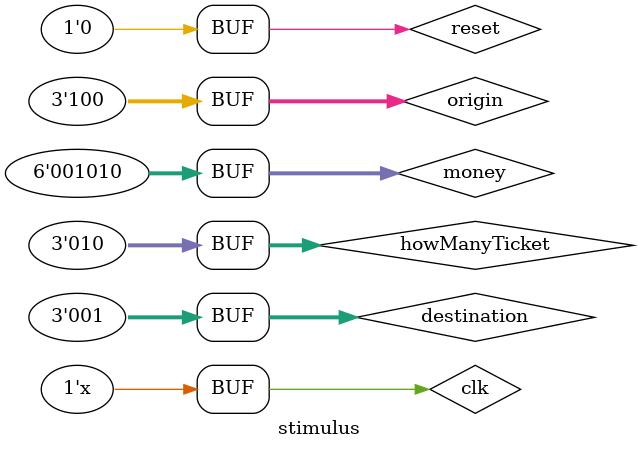
<source format=v>
module stimulus;
  
reg clk,reset;

wire [6:0] costOfTicket, moneyToPay;
wire [6:0] totalMoney;
  
reg [2:0] howManyTicket;
reg [2:0] origin, destination;
reg [5:0] money;

vending_machine vm( clk, reset, howManyTicket, origin, destination, money,
                    costOfTicket, moneyToPay, totalMoney );

initial clk = 1'b0;
always #5 clk = ~clk;

initial
begin
  reset = 1;  
  #10 reset = 0;
  origin = 2 ;  
  destination = 6 ;
  #10 reset = 1;
  #10 reset = 0;
  origin = 2 ;
  destination = 5 ;
  #10 howManyTicket = 2 ;

  #10 reset = 1;
  #10 reset = 0;
  origin = 4 ;  
  destination = 1 ;
  #10 howManyTicket = 2 ;
  #10 money = 10 ;
  #10 money = 5 ;
  #10 money = 1 ;
  #10 money = 10 ;
  #10 money = 10 ;
  #10 money = 10 ;
  
 
end
endmodule
</source>
